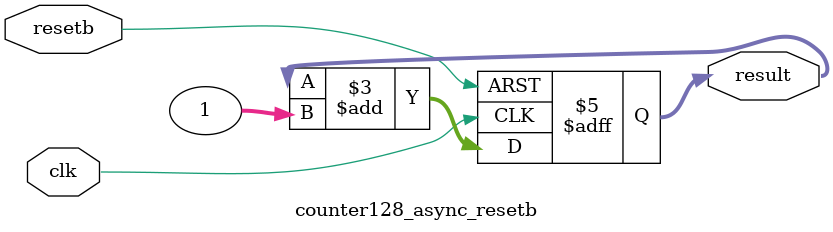
<source format=v>


module counter128_async_resetb (
	clk,
	resetb,
	result
);

	input clk;
	input resetb;
	output [127:0] result;

	reg [127:0] result;

    initial begin
      result <= 0;
    end

	always @(posedge clk or negedge resetb)
	begin
		if (~resetb) 
			result = 0;		
		else 
			result = result + 1;
	end
endmodule		

</source>
